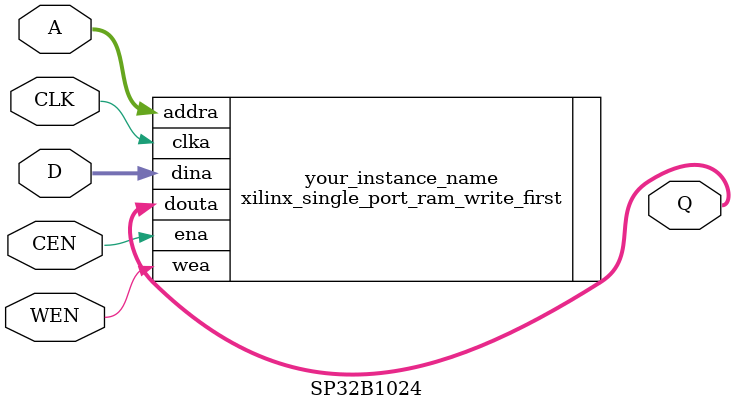
<source format=v>
`timescale 1ns / 1ps


module SP32B1024 (
   output [31:0] Q,
   input CLK,
   input CEN,
   input WEN,
   input [9:0] A,
   input [31:0] D
);


  xilinx_single_port_ram_write_first #(
    .RAM_WIDTH(32),                       // Specify RAM data width
    .RAM_DEPTH(1024),                     // Specify RAM depth (number of entries)
    .INIT_FILE("")                        // Specify name/location of RAM initialization file if using one (leave blank if not)
  ) your_instance_name (
    .addra(A),     // Address bus, width determined from RAM_DEPTH
    .dina(D),       // RAM input data, width determined from RAM_WIDTH
    .clka(CLK),       // Clock
    .wea(WEN),         // Write enable
    .ena(CEN),         // RAM Enable, for additional power savings, disable port when not in use
     .douta(Q)      // RAM output data, width determined from RAM_WIDTH
  );

endmodule

</source>
